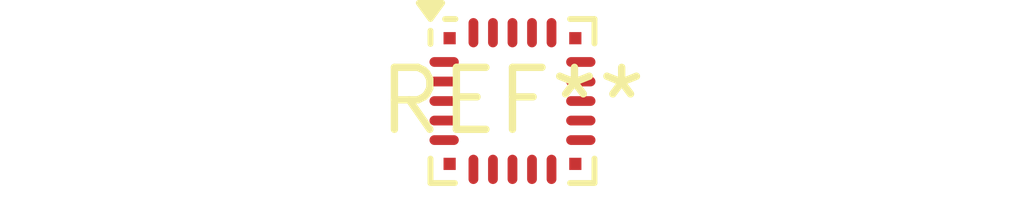
<source format=kicad_pcb>
(kicad_pcb (version 20240108) (generator pcbnew)
  (layers (0 "F.Cu" signal) (31 "B.Cu" signal) (34 "B.Paste" user) (35 "F.Paste" user) (36 "B.SilkS" user "B.Silkscreen") (37 "F.SilkS" user "F.Silkscreen") (38 "B.Mask" user) (39 "F.Mask" user) (44 "Edge.Cuts" user))
  (net 0 "")
  (footprint "Texas_S-PWQFN-N20" (layer "F.Cu") (at 0 0)
    (property "Reference" "REF**")
    (property "Value" "Texas_S-PWQFN-N20")
    (fp_line (start -1.68 -1.17) (end -1.68 -1.44) (layer "F.SilkS") (stroke (width 0.12)))
    (fp_line (start -1.68 1.68) (end -1.68 1.18) (layer "F.SilkS") (stroke (width 0.12)))
    (fp_line (start -1.18 1.68) (end -1.68 1.68) (layer "F.SilkS") (stroke (width 0.12)))
    (fp_line (start -1.17 -1.68) (end -1.38 -1.68) (layer "F.SilkS") (stroke (width 0.12)))
    (fp_line (start 1.18 -1.68) (end 1.68 -1.68) (layer "F.SilkS") (stroke (width 0.12)))
    (fp_line (start 1.18 1.68) (end 1.68 1.68) (layer "F.SilkS") (stroke (width 0.12)))
    (fp_line (start 1.68 -1.68) (end 1.68 -1.18) (layer "F.SilkS") (stroke (width 0.12)))
    (fp_line (start 1.68 1.68) (end 1.68 1.18) (layer "F.SilkS") (stroke (width 0.12)))
    (fp_poly (pts (xy -1.68 -1.68) (xy -1.92 -2.01) (xy -1.44 -2.01) (xy -1.68 -1.68)) (layer "F.SilkS") (stroke (width 0.12)) (fill solid))
    (pad "" smd rect (at -1.2875 -1.2875) (size 0.25 0.25) (layers "F.Cu" "F.Paste" "F.Mask"))
    (pad "" smd rect (at -1.2875 1.2875) (size 0.25 0.25) (layers "F.Cu" "F.Paste" "F.Mask"))
    (pad "" smd rect (at 1.2875 -1.2875) (size 0.25 0.25) (layers "F.Cu" "F.Paste" "F.Mask"))
    (pad "" smd rect (at 1.2875 1.2875) (size 0.25 0.25) (layers "F.Cu" "F.Paste" "F.Mask"))
    (pad "1" smd oval (at -1.4 -0.8 90) (size 0.2 0.6) (layers "F.Cu" "F.Paste" "F.Mask"))
    (pad "2" smd oval (at -1.4 -0.4 90) (size 0.2 0.6) (layers "F.Cu" "F.Paste" "F.Mask"))
    (pad "3" smd oval (at -1.4 0 90) (size 0.2 0.6) (layers "F.Cu" "F.Paste" "F.Mask"))
    (pad "4" smd oval (at -1.4 0.4 90) (size 0.2 0.6) (layers "F.Cu" "F.Paste" "F.Mask"))
    (pad "5" smd oval (at -1.4 0.8 90) (size 0.2 0.6) (layers "F.Cu" "F.Paste" "F.Mask"))
    (pad "6" smd oval (at -0.8 1.4) (size 0.2 0.6) (layers "F.Cu" "F.Paste" "F.Mask"))
    (pad "7" smd oval (at -0.4 1.4) (size 0.2 0.6) (layers "F.Cu" "F.Paste" "F.Mask"))
    (pad "8" smd oval (at 0 1.4) (size 0.2 0.6) (layers "F.Cu" "F.Paste" "F.Mask"))
    (pad "9" smd oval (at 0.4 1.4) (size 0.2 0.6) (layers "F.Cu" "F.Paste" "F.Mask"))
    (pad "10" smd oval (at 0.8 1.4) (size 0.2 0.6) (layers "F.Cu" "F.Paste" "F.Mask"))
    (pad "11" smd oval (at 1.4 0.8 90) (size 0.2 0.6) (layers "F.Cu" "F.Paste" "F.Mask"))
    (pad "12" smd oval (at 1.4 0.4 90) (size 0.2 0.6) (layers "F.Cu" "F.Paste" "F.Mask"))
    (pad "13" smd oval (at 1.4 0 90) (size 0.2 0.6) (layers "F.Cu" "F.Paste" "F.Mask"))
    (pad "14" smd oval (at 1.4 -0.4 90) (size 0.2 0.6) (layers "F.Cu" "F.Paste" "F.Mask"))
    (pad "15" smd oval (at 1.4 -0.8 90) (size 0.2 0.6) (layers "F.Cu" "F.Paste" "F.Mask"))
    (pad "16" smd oval (at 0.8 -1.4) (size 0.2 0.6) (layers "F.Cu" "F.Paste" "F.Mask"))
    (pad "17" smd oval (at 0.4 -1.4) (size 0.2 0.6) (layers "F.Cu" "F.Paste" "F.Mask"))
    (pad "18" smd oval (at 0 -1.4) (size 0.2 0.6) (layers "F.Cu" "F.Paste" "F.Mask"))
    (pad "19" smd oval (at -0.4 -1.4) (size 0.2 0.6) (layers "F.Cu" "F.Paste" "F.Mask"))
    (pad "20" smd oval (at -0.8 -1.4) (size 0.2 0.6) (layers "F.Cu" "F.Paste" "F.Mask"))
  )
)
</source>
